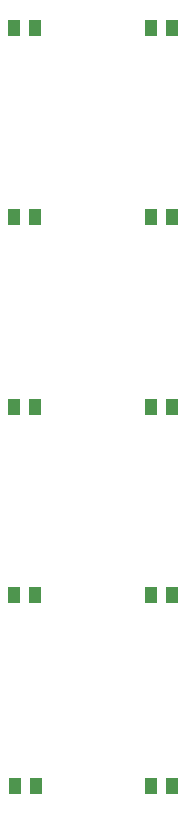
<source format=gtp>
G04*
G04 #@! TF.GenerationSoftware,Altium Limited,Altium Designer,19.1.8 (144)*
G04*
G04 Layer_Color=8421504*
%FSLAX25Y25*%
%MOIN*%
G70*
G01*
G75*
G04:AMPARAMS|DCode=14|XSize=55mil|YSize=43mil|CornerRadius=7.96mil|HoleSize=0mil|Usage=FLASHONLY|Rotation=270.000|XOffset=0mil|YOffset=0mil|HoleType=Round|Shape=RoundedRectangle|*
%AMROUNDEDRECTD14*
21,1,0.05500,0.02709,0,0,270.0*
21,1,0.03909,0.04300,0,0,270.0*
1,1,0.01591,-0.01355,-0.01955*
1,1,0.01591,-0.01355,0.01955*
1,1,0.01591,0.01355,0.01955*
1,1,0.01591,0.01355,-0.01955*
%
%ADD14ROUNDEDRECTD14*%
D14*
X514560Y657480D02*
D03*
X521660D02*
D03*
X522054Y404724D02*
D03*
X514954D02*
D03*
X560236Y657480D02*
D03*
X567336D02*
D03*
X560236Y594488D02*
D03*
X567336D02*
D03*
X560236Y531103D02*
D03*
X567336D02*
D03*
X560236Y468504D02*
D03*
X567336D02*
D03*
X560321Y404724D02*
D03*
X567421D02*
D03*
X514560Y468504D02*
D03*
X521660D02*
D03*
X514560Y594488D02*
D03*
X521660D02*
D03*
X514560Y531103D02*
D03*
X521660D02*
D03*
M02*

</source>
